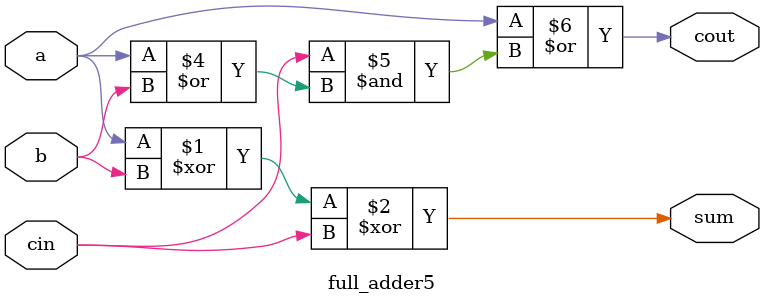
<source format=v>
module full_adder5(a,b,cin,sum,cout);
input a,b,cin;
output sum,cout;
assign sum = a^b^cin;
assign cout = a&1'b1|cin&(a|b); 
// initial begin
//     $display("The incorrect adder with and0 having in2/1");
// end   
endmodule
</source>
